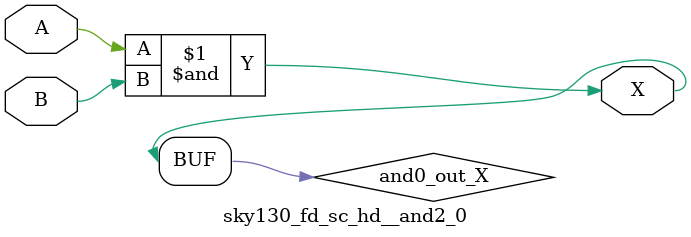
<source format=v>
/*
 * Copyright 2020 The SkyWater PDK Authors
 *
 * Licensed under the Apache License, Version 2.0 (the "License");
 * you may not use this file except in compliance with the License.
 * You may obtain a copy of the License at
 *
 *     https://www.apache.org/licenses/LICENSE-2.0
 *
 * Unless required by applicable law or agreed to in writing, software
 * distributed under the License is distributed on an "AS IS" BASIS,
 * WITHOUT WARRANTIES OR CONDITIONS OF ANY KIND, either express or implied.
 * See the License for the specific language governing permissions and
 * limitations under the License.
 *
 * SPDX-License-Identifier: Apache-2.0
*/


`ifndef SKY130_FD_SC_HD__AND2_0_FUNCTIONAL_V
`define SKY130_FD_SC_HD__AND2_0_FUNCTIONAL_V

/**
 * and2: 2-input AND.
 *
 * Verilog simulation functional model.
 */

`timescale 1ns / 1ps
`default_nettype none

`celldefine
module sky130_fd_sc_hd__and2_0 (
    X,
    A,
    B
);

    // Module ports
    output X;
    input  A;
    input  B;

    // Local signals
    wire and0_out_X;

    //  Name  Output      Other arguments
    and and0 (and0_out_X, A, B           );
    buf buf0 (X         , and0_out_X     );

endmodule
`endcelldefine

`default_nettype wire
`endif  // SKY130_FD_SC_HD__AND2_0_FUNCTIONAL_V

</source>
